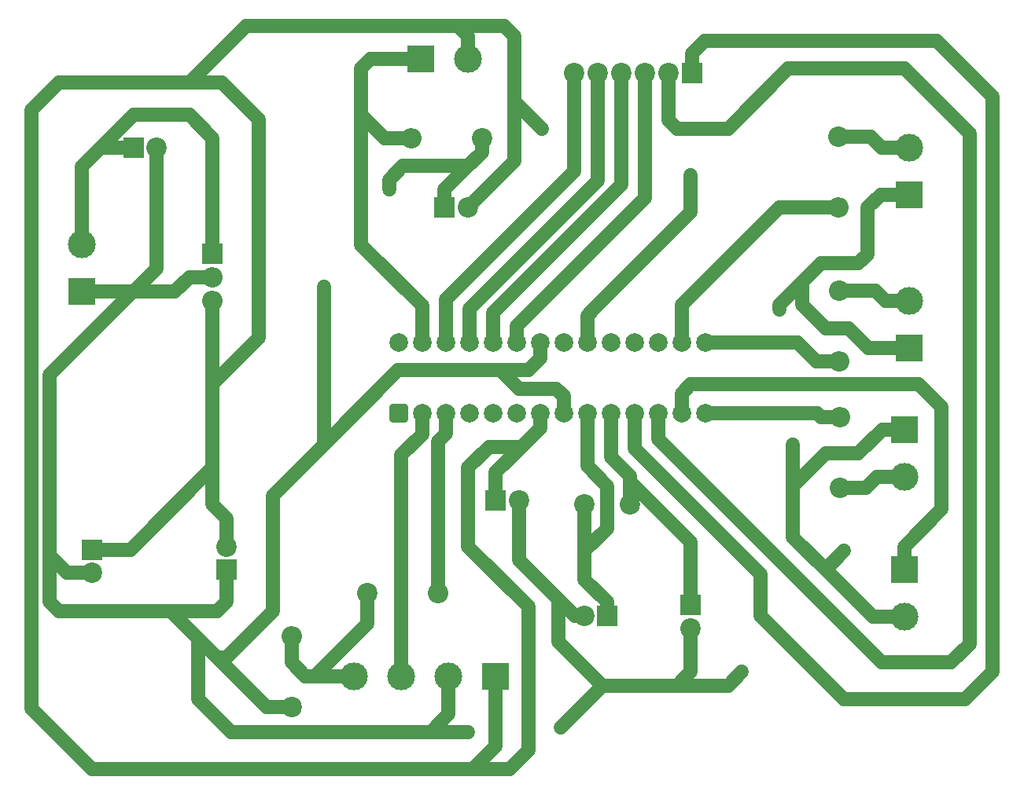
<source format=gbr>
%TF.GenerationSoftware,KiCad,Pcbnew,9.0.0*%
%TF.CreationDate,2025-12-08T09:03:46-03:00*%
%TF.ProjectId,esquematico-superatt,65737175-656d-4617-9469-636f2d737570,rev?*%
%TF.SameCoordinates,Original*%
%TF.FileFunction,Copper,L2,Bot*%
%TF.FilePolarity,Positive*%
%FSLAX46Y46*%
G04 Gerber Fmt 4.6, Leading zero omitted, Abs format (unit mm)*
G04 Created by KiCad (PCBNEW 9.0.0) date 2025-12-08 09:03:46*
%MOMM*%
%LPD*%
G01*
G04 APERTURE LIST*
G04 Aperture macros list*
%AMRoundRect*
0 Rectangle with rounded corners*
0 $1 Rounding radius*
0 $2 $3 $4 $5 $6 $7 $8 $9 X,Y pos of 4 corners*
0 Add a 4 corners polygon primitive as box body*
4,1,4,$2,$3,$4,$5,$6,$7,$8,$9,$2,$3,0*
0 Add four circle primitives for the rounded corners*
1,1,$1+$1,$2,$3*
1,1,$1+$1,$4,$5*
1,1,$1+$1,$6,$7*
1,1,$1+$1,$8,$9*
0 Add four rect primitives between the rounded corners*
20,1,$1+$1,$2,$3,$4,$5,0*
20,1,$1+$1,$4,$5,$6,$7,0*
20,1,$1+$1,$6,$7,$8,$9,0*
20,1,$1+$1,$8,$9,$2,$3,0*%
G04 Aperture macros list end*
%TA.AperFunction,ComponentPad*%
%ADD10R,3.000000X3.000000*%
%TD*%
%TA.AperFunction,ComponentPad*%
%ADD11C,3.000000*%
%TD*%
%TA.AperFunction,ComponentPad*%
%ADD12R,2.200000X2.200000*%
%TD*%
%TA.AperFunction,ComponentPad*%
%ADD13C,2.200000*%
%TD*%
%TA.AperFunction,ComponentPad*%
%ADD14O,2.200000X2.200000*%
%TD*%
%TA.AperFunction,ComponentPad*%
%ADD15RoundRect,0.312500X0.687500X-0.687500X0.687500X0.687500X-0.687500X0.687500X-0.687500X-0.687500X0*%
%TD*%
%TA.AperFunction,ComponentPad*%
%ADD16C,2.000000*%
%TD*%
%TA.AperFunction,ViaPad*%
%ADD17C,0.600000*%
%TD*%
%TA.AperFunction,Conductor*%
%ADD18C,1.500000*%
%TD*%
G04 APERTURE END LIST*
D10*
%TO.P,J3,1,Pin_1*%
%TO.N,LDR*%
X133420000Y-60500000D03*
D11*
%TO.P,J3,2,Pin_2*%
%TO.N,5V*%
X138500000Y-60500000D03*
%TD*%
D12*
%TO.P,C5,1*%
%TO.N,GND*%
X136000000Y-76500000D03*
D13*
%TO.P,C5,2*%
%TO.N,5V*%
X138500000Y-76500000D03*
%TD*%
D10*
%TO.P,J6,1,Pin_1*%
%TO.N,GND*%
X186000000Y-75080000D03*
D11*
%TO.P,J6,2,Pin_2*%
%TO.N,Net-(J6-Pin_2)*%
X186000000Y-70000000D03*
%TD*%
D10*
%TO.P,J7,1,Pin_1*%
%TO.N,GND*%
X96945000Y-85540000D03*
D11*
%TO.P,J7,2,Pin_2*%
%TO.N,9V*%
X96945000Y-80460000D03*
%TD*%
D12*
%TO.P,C7,1*%
%TO.N,5V*%
X98000000Y-113338606D03*
D13*
%TO.P,C7,2*%
%TO.N,GND*%
X98000000Y-115838606D03*
%TD*%
%TO.P,R6,1*%
%TO.N,Net-(J1-Pin_4)*%
X127690000Y-118000000D03*
D14*
%TO.P,R6,2*%
%TO.N,Net-(U1-PD1)*%
X135310000Y-118000000D03*
%TD*%
D10*
%TO.P,J4,1,Pin_1*%
%TO.N,GND*%
X185500000Y-100420000D03*
D11*
%TO.P,J4,2,Pin_2*%
%TO.N,Net-(J4-Pin_2)*%
X185500000Y-105500000D03*
%TD*%
D13*
%TO.P,R4,1*%
%TO.N,Net-(J6-Pin_2)*%
X178400000Y-68855000D03*
D14*
%TO.P,R4,2*%
%TO.N,LED 3*%
X178400000Y-76475000D03*
%TD*%
D12*
%TO.P,C1,1*%
%TO.N,Crystal1*%
X153500000Y-120500000D03*
D13*
%TO.P,C1,2*%
%TO.N,GND*%
X151000000Y-120500000D03*
%TD*%
D10*
%TO.P,J2,1,Pin_1*%
%TO.N,LASER*%
X185500000Y-115500000D03*
D11*
%TO.P,J2,2,Pin_2*%
%TO.N,GND*%
X185500000Y-120580000D03*
%TD*%
D10*
%TO.P,J1,1,Pin_1*%
%TO.N,5V*%
X141500000Y-127000000D03*
D11*
%TO.P,J1,2,Pin_2*%
%TO.N,GND*%
X136420000Y-127000000D03*
%TO.P,J1,3,Pin_3*%
%TO.N,Net-(J1-Pin_3)*%
X131340000Y-127000000D03*
%TO.P,J1,4,Pin_4*%
%TO.N,Net-(J1-Pin_4)*%
X126260000Y-127000000D03*
%TD*%
D13*
%TO.P,Y1,1,1*%
%TO.N,Crystal2*%
X155950000Y-108500000D03*
%TO.P,Y1,2,2*%
%TO.N,Crystal1*%
X151070000Y-108500000D03*
%TD*%
D12*
%TO.P,U2,1,VI*%
%TO.N,9V*%
X111000000Y-81420000D03*
D14*
%TO.P,U2,2,GND*%
%TO.N,GND*%
X111000000Y-83960000D03*
%TO.P,U2,3,VO*%
%TO.N,5V*%
X111000000Y-86500000D03*
%TD*%
D12*
%TO.P,C6,1*%
%TO.N,9V*%
X102500000Y-70000000D03*
D13*
%TO.P,C6,2*%
%TO.N,GND*%
X105000000Y-70000000D03*
%TD*%
D12*
%TO.P,C2,1*%
%TO.N,Crystal2*%
X162500000Y-119338606D03*
D13*
%TO.P,C2,2*%
%TO.N,GND*%
X162500000Y-121838606D03*
%TD*%
D12*
%TO.P,J8,1,Pin_1*%
%TO.N,CONTROLE MOTOR A*%
X162620000Y-62000000D03*
D13*
%TO.P,J8,2,Pin_2*%
%TO.N,CONTROLE MOTOR B*%
X160080000Y-62000000D03*
%TO.P,J8,3,Pin_3*%
%TO.N,ENTRADA A1*%
X157540000Y-62000000D03*
%TO.P,J8,4,Pin_4*%
%TO.N,ENTRADA A2*%
X155000000Y-62000000D03*
%TO.P,J8,5,Pin_5*%
%TO.N,ENTRADA B1*%
X152460000Y-62000000D03*
%TO.P,J8,6,Pin_6*%
%TO.N,ENTRADA B2*%
X149920000Y-62000000D03*
%TD*%
%TO.P,R7,1*%
%TO.N,GND*%
X119500000Y-130310000D03*
D14*
%TO.P,R7,2*%
%TO.N,Net-(J1-Pin_4)*%
X119500000Y-122690000D03*
%TD*%
D10*
%TO.P,J5,1,Pin_1*%
%TO.N,GND*%
X186000000Y-91580000D03*
D11*
%TO.P,J5,2,Pin_2*%
%TO.N,Net-(J5-Pin_2)*%
X186000000Y-86500000D03*
%TD*%
D13*
%TO.P,R5,1*%
%TO.N,GND*%
X140000000Y-69000000D03*
D14*
%TO.P,R5,2*%
%TO.N,LDR*%
X132380000Y-69000000D03*
%TD*%
D13*
%TO.P,R2,1*%
%TO.N,Net-(J4-Pin_2)*%
X178575000Y-106665000D03*
D14*
%TO.P,R2,2*%
%TO.N,LED 1*%
X178575000Y-99045000D03*
%TD*%
D12*
%TO.P,C8,1*%
%TO.N,GND*%
X112500000Y-115500000D03*
D13*
%TO.P,C8,2*%
%TO.N,5V*%
X112500000Y-113000000D03*
%TD*%
D12*
%TO.P,C4,1*%
%TO.N,5V*%
X141500000Y-108000000D03*
D13*
%TO.P,C4,2*%
%TO.N,GND*%
X144000000Y-108000000D03*
%TD*%
%TO.P,R3,1*%
%TO.N,Net-(J5-Pin_2)*%
X178450000Y-85400000D03*
D14*
%TO.P,R3,2*%
%TO.N,LED 2*%
X178450000Y-93020000D03*
%TD*%
D15*
%TO.P,U1,1,~{RESET}/PC6*%
%TO.N,unconnected-(U1-~{RESET}{slash}PC6-Pad1)*%
X131035000Y-98620000D03*
D16*
%TO.P,U1,2,PD0*%
%TO.N,Net-(J1-Pin_3)*%
X133575000Y-98620000D03*
%TO.P,U1,3,PD1*%
%TO.N,Net-(U1-PD1)*%
X136115000Y-98620000D03*
%TO.P,U1,4,PD2*%
%TO.N,unconnected-(U1-PD2-Pad4)*%
X138655000Y-98620000D03*
%TO.P,U1,5,PD3*%
%TO.N,unconnected-(U1-PD3-Pad5)*%
X141195000Y-98620000D03*
%TO.P,U1,6,PD4*%
%TO.N,unconnected-(U1-PD4-Pad6)*%
X143735000Y-98620000D03*
%TO.P,U1,7,VCC*%
%TO.N,5V*%
X146275000Y-98620000D03*
%TO.P,U1,8,GND*%
%TO.N,GND*%
X148815000Y-98620000D03*
%TO.P,U1,9,XTAL1/PB6*%
%TO.N,Crystal1*%
X151355000Y-98620000D03*
%TO.P,U1,10,XTAL2/PB7*%
%TO.N,Crystal2*%
X153895000Y-98620000D03*
%TO.P,U1,11,PD5*%
%TO.N,CONTROLE MOTOR A*%
X156435000Y-98620000D03*
%TO.P,U1,12,PD6*%
%TO.N,CONTROLE MOTOR B*%
X158975000Y-98620000D03*
%TO.P,U1,13,PD7*%
%TO.N,LASER*%
X161515000Y-98620000D03*
%TO.P,U1,14,PB0*%
%TO.N,LED 1*%
X164055000Y-98620000D03*
%TO.P,U1,15,PB1*%
%TO.N,LED 2*%
X164055000Y-91000000D03*
%TO.P,U1,16,PB2*%
%TO.N,LED 3*%
X161515000Y-91000000D03*
%TO.P,U1,17,PB3*%
%TO.N,unconnected-(U1-PB3-Pad17)*%
X158975000Y-91000000D03*
%TO.P,U1,18,PB4*%
%TO.N,unconnected-(U1-PB4-Pad18)*%
X156435000Y-91000000D03*
%TO.P,U1,19,PB5*%
%TO.N,unconnected-(U1-PB5-Pad19)*%
X153895000Y-91000000D03*
%TO.P,U1,20,AVCC*%
%TO.N,5V*%
X151355000Y-91000000D03*
%TO.P,U1,21,AREF*%
%TO.N,unconnected-(U1-AREF-Pad21)*%
X148815000Y-91000000D03*
%TO.P,U1,22,GND*%
%TO.N,GND*%
X146275000Y-91000000D03*
%TO.P,U1,23,PC0*%
%TO.N,ENTRADA A1*%
X143735000Y-91000000D03*
%TO.P,U1,24,PC1*%
%TO.N,ENTRADA A2*%
X141195000Y-91000000D03*
%TO.P,U1,25,PC2*%
%TO.N,ENTRADA B1*%
X138655000Y-91000000D03*
%TO.P,U1,26,PC3*%
%TO.N,ENTRADA B2*%
X136115000Y-91000000D03*
%TO.P,U1,27,PC4*%
%TO.N,LDR*%
X133575000Y-91000000D03*
%TO.P,U1,28,PC5*%
%TO.N,unconnected-(U1-PC5-Pad28)*%
X131035000Y-91000000D03*
%TD*%
D17*
%TO.N,GND*%
X148500000Y-132500000D03*
X130000000Y-74500000D03*
X173500000Y-102000000D03*
X172000000Y-87500000D03*
X123000000Y-85000000D03*
X138500000Y-133000000D03*
X179000000Y-113500000D03*
X168000000Y-126500000D03*
%TO.N,5V*%
X162500000Y-73000000D03*
X146500000Y-68000000D03*
%TD*%
D18*
%TO.N,Net-(J6-Pin_2)*%
X183000000Y-70000000D02*
X186000000Y-70000000D01*
X181855000Y-68855000D02*
X183000000Y-70000000D01*
X178400000Y-68855000D02*
X181855000Y-68855000D01*
%TO.N,GND*%
X146275000Y-92725000D02*
X146275000Y-91000000D01*
X93500000Y-119000000D02*
X93500000Y-114000000D01*
X153000000Y-128000000D02*
X161000000Y-128000000D01*
X174500000Y-87000000D02*
X177000000Y-89500000D01*
X134500000Y-133000000D02*
X138500000Y-133000000D01*
X180500000Y-103000000D02*
X177000000Y-103000000D01*
X109500000Y-123000000D02*
X109250000Y-122750000D01*
X177000000Y-103000000D02*
X173500000Y-106500000D01*
X123000000Y-102000000D02*
X123000000Y-85000000D01*
X111500000Y-120000000D02*
X106500000Y-120000000D01*
X148250000Y-118750000D02*
X148250000Y-123250000D01*
X148250000Y-123250000D02*
X153000000Y-128000000D01*
X119500000Y-130310000D02*
X116810000Y-130310000D01*
X112500000Y-119000000D02*
X111500000Y-120000000D01*
X94500000Y-120000000D02*
X93500000Y-119000000D01*
X185500000Y-100420000D02*
X183080000Y-100420000D01*
X185580000Y-92000000D02*
X186000000Y-91580000D01*
X112500000Y-115500000D02*
X112500000Y-119000000D01*
X141500000Y-94000000D02*
X143500000Y-94000000D01*
X148000000Y-96000000D02*
X144000000Y-96000000D01*
X143500000Y-94000000D02*
X145000000Y-94000000D01*
X138250000Y-72250000D02*
X140000000Y-70500000D01*
X181580000Y-91580000D02*
X186000000Y-91580000D01*
X138000000Y-72000000D02*
X131500000Y-72000000D01*
X173500000Y-112000000D02*
X177000000Y-115500000D01*
X181500000Y-76500000D02*
X181500000Y-81500000D01*
X117500000Y-107500000D02*
X123000000Y-102000000D01*
X173500000Y-106500000D02*
X173500000Y-102000000D01*
X102500000Y-85540000D02*
X106960000Y-85540000D01*
X136420000Y-131080000D02*
X134500000Y-133000000D01*
X116810000Y-130310000D02*
X111500000Y-125000000D01*
X96945000Y-85540000D02*
X102500000Y-85540000D01*
X136000000Y-74500000D02*
X138250000Y-72250000D01*
X142000000Y-94000000D02*
X141500000Y-94000000D01*
X123000000Y-102000000D02*
X131000000Y-94000000D01*
X174500000Y-84500000D02*
X172000000Y-87000000D01*
X105000000Y-83040000D02*
X102500000Y-85540000D01*
X112500000Y-125000000D02*
X117500000Y-120000000D01*
X148815000Y-98620000D02*
X148815000Y-96815000D01*
X109500000Y-129500000D02*
X109500000Y-123000000D01*
X177000000Y-89500000D02*
X179500000Y-89500000D01*
X166500000Y-128000000D02*
X168000000Y-126500000D01*
X136000000Y-76500000D02*
X136000000Y-74500000D01*
X148815000Y-96815000D02*
X148000000Y-96000000D01*
X177000000Y-115500000D02*
X182080000Y-120580000D01*
X117500000Y-120000000D02*
X117500000Y-107500000D01*
X148800000Y-98635000D02*
X148815000Y-98620000D01*
X95338606Y-115838606D02*
X93500000Y-114000000D01*
X144000000Y-96000000D02*
X142000000Y-94000000D01*
X130000000Y-73500000D02*
X130000000Y-74500000D01*
X93500000Y-114000000D02*
X93500000Y-94500000D01*
X182080000Y-120580000D02*
X185500000Y-120580000D01*
X183080000Y-100420000D02*
X180500000Y-103000000D01*
X174500000Y-84500000D02*
X174500000Y-87000000D01*
X93500000Y-94500000D02*
X102460000Y-85540000D01*
X176500000Y-82500000D02*
X174500000Y-84500000D01*
X111500000Y-125000000D02*
X109250000Y-122750000D01*
X106960000Y-85540000D02*
X108540000Y-83960000D01*
X173500000Y-106500000D02*
X173500000Y-112000000D01*
X148250000Y-118750000D02*
X150000000Y-120500000D01*
X182920000Y-75080000D02*
X181500000Y-76500000D01*
X153000000Y-128000000D02*
X148500000Y-132500000D01*
X131500000Y-72000000D02*
X130000000Y-73500000D01*
X111500000Y-125000000D02*
X112500000Y-125000000D01*
X109250000Y-122750000D02*
X106500000Y-120000000D01*
X140000000Y-70500000D02*
X140000000Y-69000000D01*
X180500000Y-82500000D02*
X176500000Y-82500000D01*
X144195000Y-94000000D02*
X143500000Y-94000000D01*
X145000000Y-94000000D02*
X146275000Y-92725000D01*
X131000000Y-94000000D02*
X141500000Y-94000000D01*
X186000000Y-75080000D02*
X182920000Y-75080000D01*
X105000000Y-70000000D02*
X105000000Y-83040000D01*
X150000000Y-120500000D02*
X151000000Y-120500000D01*
X106500000Y-120000000D02*
X94500000Y-120000000D01*
X102460000Y-85540000D02*
X102500000Y-85540000D01*
X108540000Y-83960000D02*
X111000000Y-83960000D01*
X161000000Y-128000000D02*
X166500000Y-128000000D01*
X144000000Y-114500000D02*
X148250000Y-118750000D01*
X177000000Y-115500000D02*
X179000000Y-113500000D01*
X144000000Y-108000000D02*
X144000000Y-114500000D01*
X138250000Y-72250000D02*
X138000000Y-72000000D01*
X172000000Y-87000000D02*
X172000000Y-87500000D01*
X98000000Y-115838606D02*
X95338606Y-115838606D01*
X161000000Y-128000000D02*
X162500000Y-126500000D01*
X136420000Y-127000000D02*
X136420000Y-131080000D01*
X181500000Y-81500000D02*
X180500000Y-82500000D01*
X179500000Y-89500000D02*
X181580000Y-91580000D01*
X113000000Y-133000000D02*
X109500000Y-129500000D01*
X162500000Y-126500000D02*
X162500000Y-121838606D01*
X134500000Y-133000000D02*
X113000000Y-133000000D01*
%TO.N,9V*%
X111000000Y-69000000D02*
X108500000Y-66500000D01*
X102500000Y-66500000D02*
X99000000Y-70000000D01*
X96945000Y-72055000D02*
X99000000Y-70000000D01*
X108500000Y-66500000D02*
X102500000Y-66500000D01*
X99000000Y-70000000D02*
X102500000Y-70000000D01*
X96945000Y-80460000D02*
X96945000Y-72055000D01*
X111000000Y-81420000D02*
X111000000Y-69000000D01*
%TO.N,Net-(J1-Pin_3)*%
X133575000Y-100925000D02*
X133575000Y-98620000D01*
X131340000Y-127000000D02*
X131340000Y-103160000D01*
X131340000Y-103160000D02*
X133575000Y-100925000D01*
%TO.N,Net-(J1-Pin_4)*%
X121000000Y-127000000D02*
X122000000Y-127000000D01*
X119500000Y-122690000D02*
X119500000Y-125500000D01*
X127690000Y-118000000D02*
X127690000Y-121310000D01*
X119500000Y-125500000D02*
X121000000Y-127000000D01*
X122000000Y-127000000D02*
X126260000Y-127000000D01*
X127690000Y-121310000D02*
X122000000Y-127000000D01*
%TO.N,LDR*%
X127000000Y-61500000D02*
X127000000Y-66500000D01*
X133420000Y-60500000D02*
X128000000Y-60500000D01*
X133575000Y-87075000D02*
X133575000Y-91000000D01*
X128000000Y-60500000D02*
X127000000Y-61500000D01*
X129500000Y-69000000D02*
X127000000Y-66500000D01*
X127000000Y-66500000D02*
X127000000Y-80500000D01*
X132380000Y-69000000D02*
X129500000Y-69000000D01*
X127000000Y-80500000D02*
X133575000Y-87075000D01*
%TO.N,Net-(U1-PD1)*%
X135310000Y-118000000D02*
X135310000Y-101690000D01*
X135310000Y-101690000D02*
X136115000Y-100885000D01*
X136115000Y-100885000D02*
X136115000Y-98620000D01*
%TO.N,Net-(J4-Pin_2)*%
X182500000Y-105500000D02*
X185500000Y-105500000D01*
X178575000Y-106665000D02*
X181335000Y-106665000D01*
X181335000Y-106665000D02*
X182500000Y-105500000D01*
%TO.N,Net-(J5-Pin_2)*%
X182400000Y-85400000D02*
X183500000Y-86500000D01*
X178450000Y-85400000D02*
X182400000Y-85400000D01*
X183500000Y-86500000D02*
X186000000Y-86500000D01*
%TO.N,5V*%
X111000000Y-104500000D02*
X111000000Y-108500000D01*
X138500000Y-76500000D02*
X143500000Y-71500000D01*
X140750000Y-102250000D02*
X144250000Y-102250000D01*
X138500000Y-58000000D02*
X137401000Y-56901000D01*
X111000000Y-95500000D02*
X111000000Y-104500000D01*
X116000000Y-90500000D02*
X116000000Y-67000000D01*
X142401000Y-56901000D02*
X137401000Y-56901000D01*
X114599000Y-56901000D02*
X108500000Y-63000000D01*
X143500000Y-65000000D02*
X146500000Y-68000000D01*
X146275000Y-100225000D02*
X146275000Y-98620000D01*
X151355000Y-91000000D02*
X151355000Y-88145000D01*
X98000000Y-137000000D02*
X140500000Y-137000000D01*
X112500000Y-110000000D02*
X112500000Y-113000000D01*
X143500000Y-64000000D02*
X143500000Y-58000000D01*
X143000000Y-137000000D02*
X145000000Y-135000000D01*
X145000000Y-119500000D02*
X138500000Y-113000000D01*
X98000000Y-113338606D02*
X102161394Y-113338606D01*
X138500000Y-104500000D02*
X140750000Y-102250000D01*
X151355000Y-88145000D02*
X152000000Y-87500000D01*
X141500000Y-127000000D02*
X141500000Y-134500000D01*
X116000000Y-67000000D02*
X112000000Y-63000000D01*
X141500000Y-108000000D02*
X141500000Y-105000000D01*
X102161394Y-113338606D02*
X111000000Y-104500000D01*
X91500000Y-130500000D02*
X98000000Y-137000000D01*
X112000000Y-63000000D02*
X108500000Y-63000000D01*
X111000000Y-86500000D02*
X111000000Y-95500000D01*
X108500000Y-63000000D02*
X94500000Y-63000000D01*
X111000000Y-95500000D02*
X116000000Y-90500000D01*
X152000000Y-87500000D02*
X162500000Y-77000000D01*
X162500000Y-77000000D02*
X162500000Y-73000000D01*
X111000000Y-108500000D02*
X112500000Y-110000000D01*
X143500000Y-58000000D02*
X142401000Y-56901000D01*
X143500000Y-64000000D02*
X143500000Y-65000000D01*
X138500000Y-60500000D02*
X138500000Y-58000000D01*
X141500000Y-105000000D02*
X144250000Y-102250000D01*
X94500000Y-63000000D02*
X91500000Y-66000000D01*
X144250000Y-102250000D02*
X146275000Y-100225000D01*
X139000000Y-137000000D02*
X143000000Y-137000000D01*
X143500000Y-71500000D02*
X143500000Y-64000000D01*
X137401000Y-56901000D02*
X114599000Y-56901000D01*
X91500000Y-66000000D02*
X91500000Y-130500000D01*
X145000000Y-135000000D02*
X145000000Y-119500000D01*
X141500000Y-134500000D02*
X139000000Y-137000000D01*
X138500000Y-113000000D02*
X138500000Y-104500000D01*
%TO.N,LASER*%
X189500000Y-109000000D02*
X189500000Y-98000000D01*
X189500000Y-98000000D02*
X187000000Y-95500000D01*
X185500000Y-115500000D02*
X185500000Y-113000000D01*
X161515000Y-96485000D02*
X161515000Y-98620000D01*
X185500000Y-113000000D02*
X189500000Y-109000000D01*
X187000000Y-95500000D02*
X162500000Y-95500000D01*
X162500000Y-95500000D02*
X161515000Y-96485000D01*
%TO.N,LED 3*%
X161515000Y-86985000D02*
X172025000Y-76475000D01*
X172025000Y-76475000D02*
X178400000Y-76475000D01*
X161515000Y-91000000D02*
X161515000Y-86985000D01*
%TO.N,LED 2*%
X174000000Y-91000000D02*
X176020000Y-93020000D01*
X164055000Y-91000000D02*
X174000000Y-91000000D01*
X176020000Y-93020000D02*
X178450000Y-93020000D01*
%TO.N,LED 1*%
X164055000Y-98620000D02*
X176120000Y-98620000D01*
X176120000Y-98620000D02*
X176545000Y-99045000D01*
X176545000Y-99045000D02*
X178575000Y-99045000D01*
%TO.N,Crystal1*%
X151320000Y-98655000D02*
X151355000Y-98620000D01*
X153500000Y-106500000D02*
X153500000Y-111070000D01*
X151355000Y-104355000D02*
X153500000Y-106500000D01*
X151070000Y-108500000D02*
X151070000Y-113500000D01*
X153500000Y-111070000D02*
X151070000Y-113500000D01*
X151355000Y-98620000D02*
X151355000Y-104355000D01*
X151070000Y-113500000D02*
X151070000Y-116570000D01*
X153500000Y-119000000D02*
X153500000Y-120500000D01*
X151070000Y-116570000D02*
X153500000Y-119000000D01*
%TO.N,ENTRADA B1*%
X152460000Y-73540000D02*
X138655000Y-87345000D01*
X138655000Y-87345000D02*
X138655000Y-91000000D01*
X152460000Y-62000000D02*
X152460000Y-73540000D01*
%TO.N,CONTROLE MOTOR B*%
X158975000Y-101475000D02*
X158975000Y-98620000D01*
X161000000Y-68000000D02*
X166500000Y-68000000D01*
X160080000Y-67080000D02*
X161000000Y-68000000D01*
X192500000Y-123500000D02*
X190500000Y-125500000D01*
X185500000Y-61500000D02*
X192500000Y-68500000D01*
X192500000Y-68500000D02*
X192500000Y-123500000D01*
X190500000Y-125500000D02*
X183000000Y-125500000D01*
X183000000Y-125500000D02*
X158975000Y-101475000D01*
X166500000Y-68000000D02*
X173000000Y-61500000D01*
X160080000Y-62000000D02*
X160080000Y-67080000D01*
X173000000Y-61500000D02*
X185500000Y-61500000D01*
%TO.N,ENTRADA A1*%
X143735000Y-89265000D02*
X143735000Y-91000000D01*
X157540000Y-75460000D02*
X143735000Y-89265000D01*
X157540000Y-62000000D02*
X157540000Y-75460000D01*
%TO.N,ENTRADA B2*%
X149920000Y-72580000D02*
X136115000Y-86385000D01*
X149920000Y-62000000D02*
X149920000Y-72580000D01*
X136115000Y-86385000D02*
X136115000Y-91000000D01*
%TO.N,ENTRADA A2*%
X155000000Y-74000000D02*
X155000000Y-62000000D01*
X141195000Y-91000000D02*
X141195000Y-87805000D01*
X141195000Y-87805000D02*
X155000000Y-74000000D01*
%TO.N,CONTROLE MOTOR A*%
X179000000Y-129500000D02*
X192000000Y-129500000D01*
X170000000Y-116000000D02*
X170000000Y-120500000D01*
X156435000Y-102435000D02*
X170000000Y-116000000D01*
X164000000Y-58500000D02*
X162620000Y-59880000D01*
X195000000Y-64500000D02*
X189000000Y-58500000D01*
X156435000Y-98620000D02*
X156435000Y-102435000D01*
X170000000Y-120500000D02*
X179000000Y-129500000D01*
X162620000Y-59880000D02*
X162620000Y-62000000D01*
X189000000Y-58500000D02*
X164000000Y-58500000D01*
X195000000Y-126500000D02*
X195000000Y-64500000D01*
X192000000Y-129500000D02*
X195000000Y-126500000D01*
%TO.N,Crystal2*%
X155950000Y-105450000D02*
X155950000Y-106000000D01*
X162500000Y-112550000D02*
X155950000Y-106000000D01*
X155950000Y-106000000D02*
X155950000Y-108500000D01*
X153895000Y-98620000D02*
X153895000Y-103395000D01*
X162500000Y-119338606D02*
X162500000Y-112550000D01*
X153895000Y-103395000D02*
X155950000Y-105450000D01*
%TD*%
M02*

</source>
